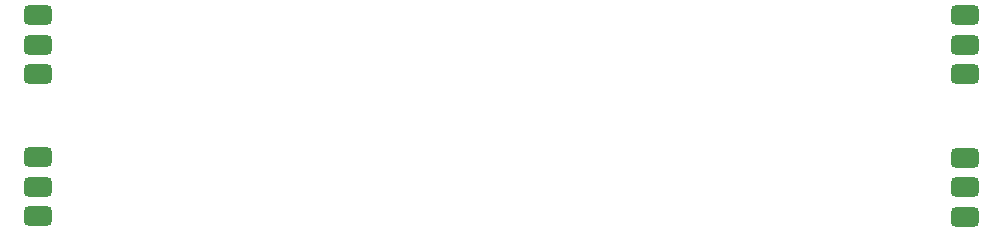
<source format=gbr>
%TF.GenerationSoftware,KiCad,Pcbnew,(6.0.7)*%
%TF.CreationDate,2022-09-25T11:51:51-07:00*%
%TF.ProjectId,ModularKeyboard_Main,4d6f6475-6c61-4724-9b65-79626f617264,0.1*%
%TF.SameCoordinates,Original*%
%TF.FileFunction,Paste,Top*%
%TF.FilePolarity,Positive*%
%FSLAX46Y46*%
G04 Gerber Fmt 4.6, Leading zero omitted, Abs format (unit mm)*
G04 Created by KiCad (PCBNEW (6.0.7)) date 2022-09-25 11:51:51*
%MOMM*%
%LPD*%
G01*
G04 APERTURE LIST*
G04 Aperture macros list*
%AMRoundRect*
0 Rectangle with rounded corners*
0 $1 Rounding radius*
0 $2 $3 $4 $5 $6 $7 $8 $9 X,Y pos of 4 corners*
0 Add a 4 corners polygon primitive as box body*
4,1,4,$2,$3,$4,$5,$6,$7,$8,$9,$2,$3,0*
0 Add four circle primitives for the rounded corners*
1,1,$1+$1,$2,$3*
1,1,$1+$1,$4,$5*
1,1,$1+$1,$6,$7*
1,1,$1+$1,$8,$9*
0 Add four rect primitives between the rounded corners*
20,1,$1+$1,$2,$3,$4,$5,0*
20,1,$1+$1,$4,$5,$6,$7,0*
20,1,$1+$1,$6,$7,$8,$9,0*
20,1,$1+$1,$8,$9,$2,$3,0*%
G04 Aperture macros list end*
%ADD10RoundRect,0.412500X0.787500X-0.412500X0.787500X0.412500X-0.787500X0.412500X-0.787500X-0.412500X0*%
%ADD11RoundRect,0.412500X-0.787500X0.412500X-0.787500X-0.412500X0.787500X-0.412500X0.787500X0.412500X0*%
G04 APERTURE END LIST*
D10*
%TO.C,J3*%
X138000000Y-73890000D03*
X138000000Y-71390000D03*
X138000000Y-68890000D03*
%TD*%
D11*
%TO.C,J4*%
X216500000Y-56850000D03*
X216500000Y-59350000D03*
X216500000Y-61850000D03*
%TD*%
D10*
%TO.C,J2*%
X138000000Y-61850000D03*
X138000000Y-59350000D03*
X138000000Y-56850000D03*
%TD*%
D11*
%TO.C,J1*%
X216500000Y-68910000D03*
X216500000Y-71410000D03*
X216500000Y-73910000D03*
%TD*%
M02*

</source>
